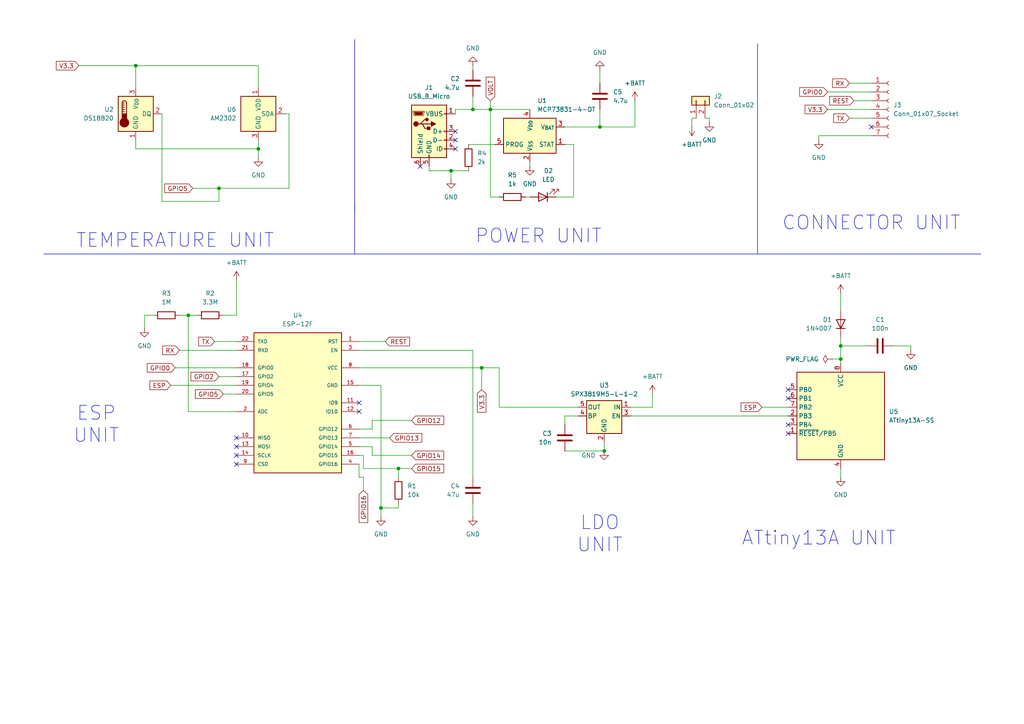
<source format=kicad_sch>
(kicad_sch (version 20231120) (generator "eeschema") (generator_version "8.0")
  (paper "A4")
  (lib_symbols
    (symbol "Battery_Management:MCP73831-4-OT"
      (property "Reference" "U" (at -7.62 6.35 0))
      (property "Value" "MCP73831-4-OT" (at 1.27 6.35 0))
      (symbol "MCP73831-4-OT_0_1"
        (rectangle (start -7.62 5.08) (end 7.62 -5.08) (stroke (width 0.254)) (fill (type background)))
      )
      (symbol "MCP73831-4-OT_1_1"
        (pin tri_state line (at 10.16 -2.54 180) (length 2.54) (name "STAT") (number "1"))
        (pin power_in line (at 0 -7.62 90) (length 2.54) (name "V_{SS}") (number "2"))
        (pin power_out line (at 10.16 2.54 180) (length 2.54) (name "V_{BAT}") (number "3"))
        (pin power_in line (at 0 7.62 270) (length 2.54) (name "V_{DD}") (number "4"))
        (pin input line (at -10.16 -2.54 0) (length 2.54) (name "PROG") (number "5"))
      )
    )
    (symbol "Connector:Conn_01x07_Socket" (pin_names (offset 1.016) hide)
      (property "Reference" "J" (at 0 10.16 0))
      (property "Value" "Conn_01x07_Socket" (at 0 -10.16 0))
      (symbol "Conn_01x07_Socket_1_1"
        (arc (start 0 -7.112) (mid -0.5058 -7.62) (end 0 -8.128) (stroke (width 0.1524)))
        (arc (start 0 -4.572) (mid -0.5058 -5.08) (end 0 -5.588) (stroke (width 0.1524)))
        (arc (start 0 -2.032) (mid -0.5058 -2.54) (end 0 -3.048) (stroke (width 0.1524)))
        (polyline (pts (xy -1.27 -7.62) (xy -0.508 -7.62)) (stroke (width 0.1524)))
        (polyline (pts (xy -1.27 -5.08) (xy -0.508 -5.08)) (stroke (width 0.1524)))
        (polyline (pts (xy -1.27 -2.54) (xy -0.508 -2.54)) (stroke (width 0.1524)))
        (polyline (pts (xy -1.27 0) (xy -0.508 0)) (stroke (width 0.1524)))
        (polyline (pts (xy -1.27 2.54) (xy -0.508 2.54)) (stroke (width 0.1524)))
        (polyline (pts (xy -1.27 5.08) (xy -0.508 5.08)) (stroke (width 0.1524)))
        (polyline (pts (xy -1.27 7.62) (xy -0.508 7.62)) (stroke (width 0.1524)))
        (arc (start 0 0.508) (mid -0.5058 0) (end 0 -0.508) (stroke (width 0.1524)))
        (arc (start 0 3.048) (mid -0.5058 2.54) (end 0 2.032) (stroke (width 0.1524)))
        (arc (start 0 5.588) (mid -0.5058 5.08) (end 0 4.572) (stroke (width 0.1524)))
        (arc (start 0 8.128) (mid -0.5058 7.62) (end 0 7.112) (stroke (width 0.1524)))
        (pin passive line (at -5.08 7.62 0) (length 3.81) (name "Pin_1") (number "1"))
        (pin passive line (at -5.08 5.08 0) (length 3.81) (name "Pin_2") (number "2"))
        (pin passive line (at -5.08 2.54 0) (length 3.81) (name "Pin_3") (number "3"))
        (pin passive line (at -5.08 0 0) (length 3.81) (name "Pin_4") (number "4"))
        (pin passive line (at -5.08 -2.54 0) (length 3.81) (name "Pin_5") (number "5"))
        (pin passive line (at -5.08 -5.08 0) (length 3.81) (name "Pin_6") (number "6"))
        (pin passive line (at -5.08 -7.62 0) (length 3.81) (name "Pin_7") (number "7"))
      )
    )
    (symbol "Connector:USB_B_Micro" (pin_names (offset 1.016))
      (property "Reference" "J" (at -5.08 11.43 0))
      (property "Value" "USB_B_Micro" (at -5.08 8.89 0))
      (symbol "USB_B_Micro_0_1"
        (rectangle (start -5.08 -7.62) (end 5.08 7.62) (stroke (width 0.254)) (fill (type background)))
        (circle (center -3.81 2.159) (radius 0.635) (stroke (width 0.254)) (fill (type outline)))
        (circle (center -0.635 3.429) (radius 0.381) (stroke (width 0.254)) (fill (type outline)))
        (rectangle (start -0.127 -7.62) (end 0.127 -6.858))
        (polyline (pts (xy -1.905 2.159) (xy 0.635 2.159)) (stroke (width 0.254)))
        (polyline (pts (xy -3.175 2.159) (xy -2.54 2.159) (xy -1.27 3.429) (xy -0.635 3.429)) (stroke (width 0.254)))
        (polyline (pts (xy -2.54 2.159) (xy -1.905 2.159) (xy -1.27 0.889) (xy 0 0.889)) (stroke (width 0.254)))
        (polyline (pts (xy 0.635 2.794) (xy 0.635 1.524) (xy 1.905 2.159) (xy 0.635 2.794)) (stroke (width 0.254)) (fill (type outline)))
        (polyline (pts (xy -4.318 5.588) (xy -1.778 5.588) (xy -2.032 4.826) (xy -4.064 4.826) (xy -4.318 5.588)) (fill (type outline)))
        (polyline (pts (xy -4.699 5.842) (xy -4.699 5.588) (xy -4.445 4.826) (xy -4.445 4.572) (xy -1.651 4.572) (xy -1.651 4.826) (xy -1.397 5.588) (xy -1.397 5.842) (xy -4.699 5.842)))
        (rectangle (start 0.254 1.27) (end -0.508 0.508) (stroke (width 0.254)) (fill (type outline)))
        (rectangle (start 5.08 -5.207) (end 4.318 -4.953))
        (rectangle (start 5.08 -2.667) (end 4.318 -2.413))
        (rectangle (start 5.08 -0.127) (end 4.318 0.127))
        (rectangle (start 5.08 4.953) (end 4.318 5.207))
      )
      (symbol "USB_B_Micro_1_1"
        (pin power_out line (at 7.62 5.08 180) (length 2.54) (name "VBUS") (number "1"))
        (pin bidirectional line (at 7.62 -2.54 180) (length 2.54) (name "D-") (number "2"))
        (pin bidirectional line (at 7.62 0 180) (length 2.54) (name "D+") (number "3"))
        (pin passive line (at 7.62 -5.08 180) (length 2.54) (name "ID") (number "4"))
        (pin power_out line (at 0 -10.16 90) (length 2.54) (name "GND") (number "5"))
        (pin passive line (at -2.54 -10.16 90) (length 2.54) (name "Shield") (number "6"))
      )
    )
    (symbol "Connector_Generic:Conn_01x02" (pin_names (offset 1.016) hide)
      (property "Reference" "J" (at 0 2.54 0))
      (property "Value" "Conn_01x02" (at 0 -5.08 0))
      (symbol "Conn_01x02_1_1"
        (rectangle (start -1.27 -2.413) (end 0 -2.667) (stroke (width 0.1524)))
        (rectangle (start -1.27 0.127) (end 0 -0.127) (stroke (width 0.1524)))
        (rectangle (start -1.27 1.27) (end 1.27 -3.81) (stroke (width 0.254)) (fill (type background)))
        (pin passive line (at -5.08 0 0) (length 3.81) (name "Pin_1") (number "1"))
        (pin passive line (at -5.08 -2.54 0) (length 3.81) (name "Pin_2") (number "2"))
      )
    )
    (symbol "Device:C" (pin_numbers hide) (pin_names (offset 0.254))
      (property "Reference" "C" (at 0.635 2.54 0))
      (property "Value" "C" (at 0.635 -2.54 0))
      (symbol "C_0_1"
        (polyline (pts (xy -2.032 -0.762) (xy 2.032 -0.762)) (stroke (width 0.508)))
        (polyline (pts (xy -2.032 0.762) (xy 2.032 0.762)) (stroke (width 0.508)))
      )
      (symbol "C_1_1"
        (pin passive line (at 0 3.81 270) (length 2.794) (name "~") (number "1"))
        (pin passive line (at 0 -3.81 90) (length 2.794) (name "~") (number "2"))
      )
    )
    (symbol "Device:LED" (pin_numbers hide) (pin_names (offset 1.016) hide)
      (property "Reference" "D" (at 0 2.54 0))
      (property "Value" "LED" (at 0 -2.54 0))
      (symbol "LED_0_1"
        (polyline (pts (xy -1.27 -1.27) (xy -1.27 1.27)) (stroke (width 0.254)))
        (polyline (pts (xy -1.27 0) (xy 1.27 0)))
        (polyline (pts (xy 1.27 -1.27) (xy 1.27 1.27) (xy -1.27 0) (xy 1.27 -1.27)) (stroke (width 0.254)))
        (polyline (pts (xy -3.048 -0.762) (xy -4.572 -2.286) (xy -3.81 -2.286) (xy -4.572 -2.286) (xy -4.572 -1.524)))
        (polyline (pts (xy -1.778 -0.762) (xy -3.302 -2.286) (xy -2.54 -2.286) (xy -3.302 -2.286) (xy -3.302 -1.524)))
      )
      (symbol "LED_1_1"
        (pin passive line (at -3.81 0 0) (length 2.54) (name "K") (number "1"))
        (pin passive line (at 3.81 0 180) (length 2.54) (name "A") (number "2"))
      )
    )
    (symbol "Device:R" (pin_numbers hide) (pin_names (offset 0))
      (property "Reference" "R" (at 2.032 0 90))
      (property "Value" "R" (at 0 0 90))
      (symbol "R_0_1"
        (rectangle (start -1.016 -2.54) (end 1.016 2.54) (stroke (width 0.254)))
      )
      (symbol "R_1_1"
        (pin passive line (at 0 3.81 270) (length 1.27) (name "~") (number "1"))
        (pin passive line (at 0 -3.81 90) (length 1.27) (name "~") (number "2"))
      )
    )
    (symbol "Diode:1N4007" (pin_numbers hide) (pin_names hide)
      (property "Reference" "D" (at 0 2.54 0))
      (property "Value" "1N4007" (at 0 -2.54 0))
      (symbol "1N4007_0_1"
        (polyline (pts (xy -1.27 1.27) (xy -1.27 -1.27)) (stroke (width 0.254)))
        (polyline (pts (xy 1.27 0) (xy -1.27 0)))
        (polyline (pts (xy 1.27 1.27) (xy 1.27 -1.27) (xy -1.27 0) (xy 1.27 1.27)) (stroke (width 0.254)))
      )
      (symbol "1N4007_1_1"
        (pin passive line (at -3.81 0 0) (length 2.54) (name "K") (number "1"))
        (pin passive line (at 3.81 0 180) (length 2.54) (name "A") (number "2"))
      )
    )
    (symbol "ESP-12F:ESP-12F" (pin_names (offset 1.016))
      (property "Reference" "U" (at -12.7254 22.9057 0))
      (property "Value" "ESP-12F" (at -12.7237 -22.9026 0))
      (symbol "ESP-12F_0_0"
        (rectangle (start -12.7 -20.32) (end 12.7 20.32) (stroke (width 0.254)) (fill (type background)))
        (pin bidirectional line (at -17.78 17.78 0) (length 5.08) (name "RST") (number "1"))
        (pin bidirectional line (at 17.78 -10.16 180) (length 5.08) (name "MISO") (number "10"))
        (pin bidirectional line (at -17.78 0 0) (length 5.08) (name "IO9") (number "11"))
        (pin bidirectional line (at -17.78 -2.54 0) (length 5.08) (name "IO10") (number "12"))
        (pin bidirectional line (at 17.78 -12.7 180) (length 5.08) (name "MOSI") (number "13"))
        (pin bidirectional line (at 17.78 -15.24 180) (length 5.08) (name "SCLK") (number "14"))
        (pin bidirectional line (at -17.78 5.08 0) (length 5.08) (name "GND") (number "15"))
        (pin bidirectional line (at -17.78 -15.24 0) (length 5.08) (name "GPIO15") (number "16"))
        (pin bidirectional line (at 17.78 7.62 180) (length 5.08) (name "GPIO2") (number "17"))
        (pin bidirectional line (at 17.78 10.16 180) (length 5.08) (name "GPIO0") (number "18"))
        (pin bidirectional line (at 17.78 5.08 180) (length 5.08) (name "GPIO4") (number "19"))
        (pin bidirectional line (at 17.78 -2.54 180) (length 5.08) (name "ADC") (number "2"))
        (pin bidirectional line (at 17.78 2.54 180) (length 5.08) (name "GPIO5") (number "20"))
        (pin bidirectional line (at 17.78 15.24 180) (length 5.08) (name "RXD") (number "21"))
        (pin bidirectional line (at 17.78 17.78 180) (length 5.08) (name "TXD") (number "22"))
        (pin bidirectional line (at -17.78 15.24 0) (length 5.08) (name "EN") (number "3"))
        (pin bidirectional line (at -17.78 -17.78 0) (length 5.08) (name "GPIO16") (number "4"))
        (pin bidirectional line (at -17.78 -12.7 0) (length 5.08) (name "GPIO14") (number "5"))
        (pin bidirectional line (at -17.78 -7.62 0) (length 5.08) (name "GPIO12") (number "6"))
        (pin bidirectional line (at -17.78 -10.16 0) (length 5.08) (name "GPIO13") (number "7"))
        (pin bidirectional line (at -17.78 10.16 0) (length 5.08) (name "VCC") (number "8"))
        (pin bidirectional line (at 17.78 -17.78 180) (length 5.08) (name "CS0") (number "9"))
      )
    )
    (symbol "MCU_Microchip_ATtiny:ATtiny13A-SS"
      (property "Reference" "U" (at -12.7 13.97 0))
      (property "Value" "ATtiny13A-SS" (at 2.54 -13.97 0))
      (symbol "ATtiny13A-SS_0_1"
        (rectangle (start -12.7 -12.7) (end 12.7 12.7) (stroke (width 0.254)) (fill (type background)))
      )
      (symbol "ATtiny13A-SS_1_1"
        (pin bidirectional line (at 15.24 -5.08 180) (length 2.54) (name "~{RESET}/PB5") (number "1"))
        (pin bidirectional line (at 15.24 0 180) (length 2.54) (name "PB3") (number "2"))
        (pin bidirectional line (at 15.24 -2.54 180) (length 2.54) (name "PB4") (number "3"))
        (pin power_in line (at 0 -15.24 90) (length 2.54) (name "GND") (number "4"))
        (pin bidirectional line (at 15.24 7.62 180) (length 2.54) (name "PB0") (number "5"))
        (pin bidirectional line (at 15.24 5.08 180) (length 2.54) (name "PB1") (number "6"))
        (pin bidirectional line (at 15.24 2.54 180) (length 2.54) (name "PB2") (number "7"))
        (pin power_in line (at 0 15.24 270) (length 2.54) (name "VCC") (number "8"))
      )
    )
    (symbol "Regulator_Linear:SPX3819M5-L-1-2" (pin_names (offset 0.254))
      (property "Reference" "U" (at -3.81 5.715 0))
      (property "Value" "SPX3819M5-L-1-2" (at 0 5.715 0))
      (symbol "SPX3819M5-L-1-2_0_1"
        (rectangle (start -5.08 4.445) (end 5.08 -5.08) (stroke (width 0.254)) (fill (type background)))
      )
      (symbol "SPX3819M5-L-1-2_1_1"
        (pin power_in line (at -7.62 2.54 0) (length 2.54) (name "IN") (number "1"))
        (pin power_in line (at 0 -7.62 90) (length 2.54) (name "GND") (number "2"))
        (pin input line (at -7.62 0 0) (length 2.54) (name "EN") (number "3"))
        (pin input line (at 7.62 0 180) (length 2.54) (name "BP") (number "4"))
        (pin power_out line (at 7.62 2.54 180) (length 2.54) (name "OUT") (number "5"))
      )
    )
    (symbol "Sensor:AM2302"
      (property "Reference" "U" (at -3.81 6.35 0))
      (property "Value" "AM2302" (at 3.81 6.35 0))
      (symbol "AM2302_0_1"
        (rectangle (start -5.08 5.08) (end 5.08 -5.08) (stroke (width 0.254)) (fill (type background)))
      )
      (symbol "AM2302_1_1"
        (pin power_in line (at 0 7.62 270) (length 2.54) (name "VDD") (number "1"))
        (pin bidirectional line (at 7.62 0 180) (length 2.54) (name "SDA") (number "2"))
        (pin power_in line (at 0 -7.62 90) (length 2.54) (name "GND") (number "3"))
        (pin passive line (at 0 -7.62 90) (length 2.54) hide (name "GND") (number "4"))
      )
    )
    (symbol "Sensor_Temperature:DS18B20"
      (property "Reference" "U" (at -3.81 6.35 0))
      (property "Value" "DS18B20" (at 6.35 6.35 0))
      (symbol "DS18B20_0_1"
        (rectangle (start -5.08 5.08) (end 5.08 -5.08) (stroke (width 0.254)) (fill (type background)))
        (circle (center -3.302 -2.54) (radius 1.27) (stroke (width 0.254)) (fill (type outline)))
        (rectangle (start -2.667 -1.905) (end -3.937 0) (stroke (width 0.254)) (fill (type outline)))
        (arc (start -2.667 3.175) (mid -3.302 3.8073) (end -3.937 3.175) (stroke (width 0.254)))
        (polyline (pts (xy -3.937 0.635) (xy -3.302 0.635)) (stroke (width 0.254)))
        (polyline (pts (xy -3.937 1.27) (xy -3.302 1.27)) (stroke (width 0.254)))
        (polyline (pts (xy -3.937 1.905) (xy -3.302 1.905)) (stroke (width 0.254)))
        (polyline (pts (xy -3.937 2.54) (xy -3.302 2.54)) (stroke (width 0.254)))
        (polyline (pts (xy -3.937 3.175) (xy -3.937 0)) (stroke (width 0.254)))
        (polyline (pts (xy -3.937 3.175) (xy -3.302 3.175)) (stroke (width 0.254)))
        (polyline (pts (xy -2.667 3.175) (xy -2.667 0)) (stroke (width 0.254)))
      )
      (symbol "DS18B20_1_1"
        (pin power_in line (at 0 -7.62 90) (length 2.54) (name "GND") (number "1"))
        (pin bidirectional line (at 7.62 0 180) (length 2.54) (name "DQ") (number "2"))
        (pin power_in line (at 0 7.62 270) (length 2.54) (name "V_{DD}") (number "3"))
      )
    )
    (symbol "power:+BATT" (power) (pin_numbers hide) (pin_names (offset 0) hide)
      (property "Value" "+BATT" (at 0 3.556 0))
      (symbol "+BATT_0_1"
        (polyline (pts (xy -0.762 1.27) (xy 0 2.54)))
        (polyline (pts (xy 0 0) (xy 0 2.54)))
        (polyline (pts (xy 0 2.54) (xy 0.762 1.27)))
      )
      (symbol "+BATT_1_1"
        (pin power_in line (at 0 0 90) (length 0) (name "~") (number "1"))
      )
    )
    (symbol "power:GND" (power) (pin_numbers hide) (pin_names (offset 0) hide)
      (property "Value" "GND" (at 0 -3.81 0))
      (symbol "GND_0_1"
        (polyline (pts (xy 0 0) (xy 0 -1.27) (xy 1.27 -1.27) (xy 0 -2.54) (xy -1.27 -1.27) (xy 0 -1.27)))
      )
      (symbol "GND_1_1"
        (pin power_in line (at 0 0 270) (length 0) (name "~") (number "1"))
      )
    )
    (symbol "power:PWR_FLAG" (power) (pin_numbers hide) (pin_names (offset 0) hide)
      (property "Value" "PWR_FLAG" (at 0 3.81 0))
      (symbol "PWR_FLAG_0_0"
        (pin power_out line (at 0 0 90) (length 0) (name "~") (number "1"))
      )
      (symbol "PWR_FLAG_0_1"
        (polyline (pts (xy 0 0) (xy 0 1.27) (xy -1.016 1.905) (xy 0 2.54) (xy 1.016 1.905) (xy 0 1.27)))
      )
    )
  )
  (junction (at 175.26 130.81))
  (junction (at 243.84 100.33))
  (junction (at 54.61 91.44))
  (junction (at 110.49 147.32))
  (junction (at 139.7 106.68))
  (junction (at 137.16 31.75))
  (junction (at 142.24 31.75))
  (junction (at 63.5 54.61))
  (junction (at 115.57 135.89))
  (junction (at 243.84 104.14))
  (junction (at 173.99 36.83))
  (junction (at 130.81 49.53))
  (junction (at 39.37 19.05))
  (junction (at 74.93 43.18))
  (no_connect (at 68.58 129.54))
  (no_connect (at 228.6 113.03))
  (no_connect (at 121.92 48.26))
  (no_connect (at 132.08 40.64))
  (no_connect (at 104.14 116.84))
  (no_connect (at 68.58 127))
  (no_connect (at 228.6 125.73))
  (no_connect (at 132.08 38.1))
  (no_connect (at 252.73 36.83))
  (no_connect (at 132.08 43.18))
  (no_connect (at 68.58 132.08))
  (no_connect (at 68.58 134.62))
  (no_connect (at 104.14 119.38))
  (no_connect (at 228.6 123.19))
  (no_connect (at 228.6 115.57))
  (wire (pts (xy 107.95 124.46) (xy 107.95 121.92)))
  (wire (pts (xy 68.58 119.38) (xy 54.61 119.38)))
  (wire (pts (xy 104.14 111.76) (xy 110.49 111.76)))
  (wire (pts (xy 119.38 135.89) (xy 115.57 135.89)))
  (wire (pts (xy 44.45 91.44) (xy 41.91 91.44)))
  (wire (pts (xy 200.66 34.29) (xy 200.66 36.83)))
  (wire (pts (xy 237.49 39.37) (xy 237.49 40.64)))
  (wire (pts (xy 54.61 119.38) (xy 54.61 91.44)))
  (wire (pts (xy 137.16 31.75) (xy 142.24 31.75)))
  (wire (pts (xy 83.82 33.02) (xy 83.82 54.61)))
  (wire (pts (xy 142.24 29.21) (xy 142.24 31.75)))
  (wire (pts (xy 240.03 31.75) (xy 252.73 31.75)))
  (wire (pts (xy 130.81 49.53) (xy 135.89 49.53)))
  (wire (pts (xy 243.84 104.14) (xy 241.3 104.14)))
  (wire (pts (xy 115.57 146.05) (xy 115.57 147.32)))
  (wire (pts (xy 201.93 34.29) (xy 200.66 34.29)))
  (wire (pts (xy 107.95 129.54) (xy 107.95 132.08)))
  (wire (pts (xy 68.58 101.6) (xy 52.07 101.6)))
  (wire (pts (xy 39.37 19.05) (xy 39.37 25.4)))
  (wire (pts (xy 205.74 34.29) (xy 205.74 35.56)))
  (wire (pts (xy 166.37 57.15) (xy 161.29 57.15)))
  (wire (pts (xy 105.41 132.08) (xy 104.14 132.08)))
  (wire (pts (xy 153.67 46.99) (xy 153.67 48.26)))
  (wire (pts (xy 39.37 19.05) (xy 22.86 19.05)))
  (wire (pts (xy 46.99 58.42) (xy 63.5 58.42)))
  (wire (pts (xy 137.16 101.6) (xy 137.16 138.43)))
  (wire (pts (xy 259.08 100.33) (xy 264.16 100.33)))
  (wire (pts (xy 247.65 29.21) (xy 252.73 29.21)))
  (wire (pts (xy 204.47 34.29) (xy 205.74 34.29)))
  (wire (pts (xy 144.78 106.68) (xy 139.7 106.68)))
  (wire (pts (xy 243.84 104.14) (xy 243.84 105.41)))
  (wire (pts (xy 167.64 120.65) (xy 163.83 120.65)))
  (wire (pts (xy 240.03 26.67) (xy 252.73 26.67)))
  (wire (pts (xy 152.4 57.15) (xy 153.67 57.15)))
  (wire (pts (xy 137.16 19.05) (xy 137.16 20.32)))
  (wire (pts (xy 68.58 99.06) (xy 62.23 99.06)))
  (wire (pts (xy 166.37 41.91) (xy 166.37 57.15)))
  (wire (pts (xy 74.93 43.18) (xy 74.93 45.72)))
  (wire (pts (xy 243.84 97.79) (xy 243.84 100.33)))
  (wire (pts (xy 39.37 19.05) (xy 74.93 19.05)))
  (wire (pts (xy 107.95 132.08) (xy 119.38 132.08)))
  (wire (pts (xy 104.14 129.54) (xy 107.95 129.54)))
  (wire (pts (xy 104.14 124.46) (xy 107.95 124.46)))
  (wire (pts (xy 175.26 128.27) (xy 175.26 130.81)))
  (wire (pts (xy 163.83 41.91) (xy 166.37 41.91)))
  (wire (pts (xy 163.83 130.81) (xy 175.26 130.81)))
  (wire (pts (xy 68.58 111.76) (xy 49.53 111.76)))
  (wire (pts (xy 143.51 41.91) (xy 135.89 41.91)))
  (wire (pts (xy 251.46 100.33) (xy 243.84 100.33)))
  (polyline (pts (xy 102.87 59.69) (xy 102.87 73.66)))
  (wire (pts (xy 83.82 54.61) (xy 63.5 54.61)))
  (wire (pts (xy 139.7 106.68) (xy 104.14 106.68)))
  (wire (pts (xy 189.23 114.3) (xy 189.23 118.11)))
  (wire (pts (xy 173.99 20.32) (xy 173.99 24.13)))
  (wire (pts (xy 68.58 91.44) (xy 64.77 91.44)))
  (wire (pts (xy 111.76 99.06) (xy 104.14 99.06)))
  (wire (pts (xy 110.49 111.76) (xy 110.49 147.32)))
  (wire (pts (xy 105.41 138.43) (xy 104.14 138.43)))
  (wire (pts (xy 142.24 57.15) (xy 142.24 31.75)))
  (wire (pts (xy 144.78 57.15) (xy 142.24 57.15)))
  (wire (pts (xy 142.24 31.75) (xy 153.67 31.75)))
  (wire (pts (xy 68.58 114.3) (xy 64.77 114.3)))
  (wire (pts (xy 41.91 91.44) (xy 41.91 95.25)))
  (wire (pts (xy 243.84 85.09) (xy 243.84 90.17)))
  (wire (pts (xy 132.08 31.75) (xy 137.16 31.75)))
  (wire (pts (xy 57.15 91.44) (xy 54.61 91.44)))
  (wire (pts (xy 252.73 39.37) (xy 237.49 39.37)))
  (wire (pts (xy 54.61 91.44) (xy 52.07 91.44)))
  (polyline (pts (xy 12.7 73.66) (xy 284.48 73.66)))
  (wire (pts (xy 124.46 48.26) (xy 124.46 49.53)))
  (wire (pts (xy 110.49 147.32) (xy 110.49 149.86)))
  (wire (pts (xy 105.41 138.43) (xy 105.41 142.24)))
  (wire (pts (xy 68.58 106.68) (xy 50.8 106.68)))
  (wire (pts (xy 243.84 100.33) (xy 243.84 104.14)))
  (wire (pts (xy 104.14 101.6) (xy 137.16 101.6)))
  (wire (pts (xy 173.99 36.83) (xy 173.99 31.75)))
  (wire (pts (xy 74.93 25.4) (xy 74.93 19.05)))
  (wire (pts (xy 264.16 100.33) (xy 264.16 101.6)))
  (wire (pts (xy 63.5 58.42) (xy 63.5 54.61)))
  (wire (pts (xy 137.16 27.94) (xy 137.16 31.75)))
  (wire (pts (xy 189.23 118.11) (xy 182.88 118.11)))
  (wire (pts (xy 39.37 40.64) (xy 39.37 43.18)))
  (wire (pts (xy 105.41 135.89) (xy 105.41 132.08)))
  (wire (pts (xy 115.57 135.89) (xy 105.41 135.89)))
  (wire (pts (xy 246.38 24.13) (xy 252.73 24.13)))
  (wire (pts (xy 130.81 49.53) (xy 130.81 52.07)))
  (polyline (pts (xy 219.71 62.23) (xy 219.71 73.66)))
  (wire (pts (xy 163.83 36.83) (xy 173.99 36.83)))
  (wire (pts (xy 184.15 29.21) (xy 184.15 36.83)))
  (wire (pts (xy 74.93 40.64) (xy 74.93 43.18)))
  (wire (pts (xy 137.16 146.05) (xy 137.16 149.86)))
  (wire (pts (xy 115.57 147.32) (xy 110.49 147.32)))
  (wire (pts (xy 113.03 127) (xy 104.14 127)))
  (polyline (pts (xy 102.87 11.43) (xy 102.87 60.96)))
  (wire (pts (xy 228.6 120.65) (xy 182.88 120.65)))
  (wire (pts (xy 124.46 49.53) (xy 130.81 49.53)))
  (wire (pts (xy 82.55 33.02) (xy 83.82 33.02)))
  (wire (pts (xy 132.08 33.02) (xy 132.08 31.75)))
  (wire (pts (xy 139.7 106.68) (xy 139.7 113.03)))
  (wire (pts (xy 39.37 43.18) (xy 74.93 43.18)))
  (wire (pts (xy 243.84 135.89) (xy 243.84 138.43)))
  (wire (pts (xy 184.15 36.83) (xy 173.99 36.83)))
  (wire (pts (xy 167.64 118.11) (xy 144.78 118.11)))
  (wire (pts (xy 107.95 121.92) (xy 119.38 121.92)))
  (wire (pts (xy 228.6 118.11) (xy 220.98 118.11)))
  (wire (pts (xy 144.78 106.68) (xy 144.78 118.11)))
  (wire (pts (xy 46.99 33.02) (xy 46.99 58.42)))
  (wire (pts (xy 115.57 135.89) (xy 115.57 138.43)))
  (polyline (pts (xy 219.71 12.7) (xy 219.71 62.23)))
  (wire (pts (xy 63.5 54.61) (xy 55.88 54.61)))
  (wire (pts (xy 68.58 81.28) (xy 68.58 91.44)))
  (wire (pts (xy 104.14 138.43) (xy 104.14 134.62)))
  (wire (pts (xy 68.58 109.22) (xy 63.5 109.22)))
  (wire (pts (xy 163.83 120.65) (xy 163.83 123.19)))
  (wire (pts (xy 246.38 34.29) (xy 252.73 34.29)))
  (text "LDO\nUNIT" (at 173.99 154.94 0) (effects (font (size 4 4))))
  (text "ATtiny13A UNIT\n" (at 237.49 156.21 0) (effects (font (size 4 4))))
  (text "ESP\nUNIT" (at 27.94 123.19 0) (effects (font (size 4 4))))
  (text "CONNECTOR UNIT" (at 252.73 64.77 0) (effects (font (size 4 4))))
  (text "POWER UNIT" (at 156.21 68.58 0) (effects (font (size 4 4))))
  (text "TEMPERATURE UNIT" (at 50.8 69.85 0) (effects (font (size 4 4))))
  (global_label "GPIO15" (shape input) (at 119.38 135.89 0) (property "Intersheetrefs" "${INTERSHEET_REFS}" (effects (hide yes))))
  (global_label "VOLT" (shape input) (at 142.24 29.21 90) (property "Intersheetrefs" "${INTERSHEET_REFS}" (effects (hide yes))))
  (global_label "TX" (shape input) (at 62.23 99.06 180) (property "Intersheetrefs" "${INTERSHEET_REFS}" (effects (hide yes))))
  (global_label "GPIO16" (shape input) (at 105.41 142.24 270) (property "Intersheetrefs" "${INTERSHEET_REFS}" (effects (hide yes))))
  (global_label "RX" (shape input) (at 52.07 101.6 180) (property "Intersheetrefs" "${INTERSHEET_REFS}" (effects (hide yes))))
  (global_label "ESP" (shape input) (at 220.98 118.11 180) (property "Intersheetrefs" "${INTERSHEET_REFS}" (effects (hide yes))))
  (global_label "GPIO13" (shape input) (at 113.03 127 0) (property "Intersheetrefs" "${INTERSHEET_REFS}" (effects (hide yes))))
  (global_label "V3.3" (shape input) (at 22.86 19.05 180) (property "Intersheetrefs" "${INTERSHEET_REFS}" (effects (hide yes))))
  (global_label "V3.3" (shape input) (at 139.7 113.03 270) (property "Intersheetrefs" "${INTERSHEET_REFS}" (effects (hide yes))))
  (global_label "GPIO0" (shape input) (at 240.03 26.67 180) (property "Intersheetrefs" "${INTERSHEET_REFS}" (effects (hide yes))))
  (global_label "GPIO5" (shape input) (at 64.77 114.3 180) (property "Intersheetrefs" "${INTERSHEET_REFS}" (effects (hide yes))))
  (global_label "TX" (shape input) (at 246.38 34.29 180) (property "Intersheetrefs" "${INTERSHEET_REFS}" (effects (hide yes))))
  (global_label "GPIO14" (shape input) (at 119.38 132.08 0) (property "Intersheetrefs" "${INTERSHEET_REFS}" (effects (hide yes))))
  (global_label "REST" (shape input) (at 247.65 29.21 180) (property "Intersheetrefs" "${INTERSHEET_REFS}" (effects (hide yes))))
  (global_label "ESP" (shape input) (at 49.53 111.76 180) (property "Intersheetrefs" "${INTERSHEET_REFS}" (effects (hide yes))))
  (global_label "GPIO12" (shape input) (at 119.38 121.92 0) (property "Intersheetrefs" "${INTERSHEET_REFS}" (effects (hide yes))))
  (global_label "GPIO2" (shape input) (at 63.5 109.22 180) (property "Intersheetrefs" "${INTERSHEET_REFS}" (effects (hide yes))))
  (global_label "RX" (shape input) (at 246.38 24.13 180) (property "Intersheetrefs" "${INTERSHEET_REFS}" (effects (hide yes))))
  (global_label "GPIO5" (shape input) (at 55.88 54.61 180) (property "Intersheetrefs" "${INTERSHEET_REFS}" (effects (hide yes))))
  (global_label "GPIO0" (shape input) (at 50.8 106.68 180) (property "Intersheetrefs" "${INTERSHEET_REFS}" (effects (hide yes))))
  (global_label "REST" (shape input) (at 111.76 99.06 0) (property "Intersheetrefs" "${INTERSHEET_REFS}" (effects (hide yes))))
  (global_label "V3.3" (shape input) (at 240.03 31.75 180) (property "Intersheetrefs" "${INTERSHEET_REFS}" (effects (hide yes))))
  (symbol (lib_id "power:GND") (at 130.81 52.07 0) (unit 1)
    (property "Reference" "#PWR07" (effects (hide yes)))
    (property "Value" "GND" (at 130.81 57.15 0))
    (property "Description" "Power symbol creates a global label with name \"GND\" , ground" (effects (hide yes)))
  )
  (symbol (lib_id "Connector:USB_B_Micro") (at 124.46 38.1 0) (unit 1)
    (property "Reference" "J1" (at 124.46 25.4 0))
    (property "Value" "USB_B_Micro" (at 124.46 27.94 0))
    (property "Footprint" "Connector_USB:USB_Micro-B_GCT_USB3076-30-A" (effects (hide yes)))
    (property "Description" "USB Micro Type B connector" (effects (hide yes)))
  )
  (symbol (lib_id "power:+BATT") (at 243.84 85.09 0) (mirror y) (unit 1)
    (property "Reference" "#PWR02" (effects (hide yes)))
    (property "Value" "+BATT" (at 243.84 80.01 0))
    (property "Description" "Power symbol creates a global label with name \"+BATT\"" (effects (hide yes)))
  )
  (symbol (lib_id "power:GND") (at 137.16 19.05 180) (unit 1)
    (property "Reference" "#PWR011" (effects (hide yes)))
    (property "Value" "GND" (at 137.16 13.97 0))
    (property "Description" "Power symbol creates a global label with name \"GND\" , ground" (effects (hide yes)))
  )
  (symbol (lib_id "power:GND") (at 137.16 149.86 0) (mirror y) (unit 1)
    (property "Reference" "#PWR08" (effects (hide yes)))
    (property "Value" "GND" (at 137.16 154.94 0))
    (property "Description" "Power symbol creates a global label with name \"GND\" , ground" (effects (hide yes)))
  )
  (symbol (lib_id "power:+BATT") (at 200.66 36.83 180) (unit 1)
    (property "Reference" "#PWR015" (effects (hide yes)))
    (property "Value" "+BATT" (at 200.66 41.91 0))
    (property "Description" "Power symbol creates a global label with name \"+BATT\"" (effects (hide yes)))
  )
  (symbol (lib_id "Device:C") (at 255.27 100.33 270) (mirror x) (unit 1)
    (property "Reference" "C1" (at 255.27 92.71 90))
    (property "Value" "100n" (at 255.27 95.25 90))
    (property "Footprint" "Capacitor_SMD:C_0603_1608Metric" (effects (hide yes)))
    (property "Description" "Unpolarized capacitor" (effects (hide yes)))
  )
  (symbol (lib_id "Device:C") (at 137.16 142.24 0) (mirror y) (unit 1)
    (property "Reference" "C4" (at 133.35 140.9699 0) (effects (justify left)))
    (property "Value" "47u" (at 133.35 143.5099 0) (effects (justify left)))
    (property "Footprint" "Capacitor_SMD:C_1812_4532Metric" (effects (hide yes)))
    (property "Description" "Unpolarized capacitor" (effects (hide yes)))
  )
  (symbol (lib_id "Battery_Management:MCP73831-4-OT") (at 153.67 39.37 0) (unit 1)
    (property "Reference" "U1" (at 155.8641 29.21 0) (effects (justify left)))
    (property "Value" "MCP73831-4-OT" (at 155.8641 31.75 0) (effects (justify left)))
    (property "Footprint" "Package_TO_SOT_SMD:SOT-23-5" (effects (hide yes)))
    (property "Datasheet" "http://ww1.microchip.com/downloads/en/DeviceDoc/20001984g.pdf" (effects (hide yes)))
    (property "Description" "Single cell, Li-Ion/Li-Po charge management controller, 4.40V, Tri-State Status Output, in SOT23-5 package" (effects (hide yes)))
  )
  (symbol (lib_id "power:+BATT") (at 68.58 81.28 0) (mirror y) (unit 1)
    (property "Reference" "#PWR03" (effects (hide yes)))
    (property "Value" "+BATT" (at 68.58 76.2 0))
    (property "Description" "Power symbol creates a global label with name \"+BATT\"" (effects (hide yes)))
  )
  (symbol (lib_id "Device:LED") (at 157.48 57.15 180) (unit 1)
    (property "Reference" "D2" (at 159.0675 49.53 0))
    (property "Value" "LED" (at 159.0675 52.07 0))
    (property "Footprint" "LED_SMD:LED_0603_1608Metric" (effects (hide yes)))
    (property "Description" "Light emitting diode" (effects (hide yes)))
  )
  (symbol (lib_id "power:GND") (at 173.99 20.32 180) (unit 1)
    (property "Reference" "#PWR013" (effects (hide yes)))
    (property "Value" "GND" (at 173.99 15.24 0))
    (property "Description" "Power symbol creates a global label with name \"GND\" , ground" (effects (hide yes)))
  )
  (symbol (lib_id "Sensor_Temperature:DS18B20") (at 39.37 33.02 0) (unit 1)
    (property "Reference" "U2" (at 33.02 31.7499 0) (effects (justify right)))
    (property "Value" "DS18B20" (at 33.02 34.2899 0) (effects (justify right)))
    (property "Footprint" "Package_TO_SOT_THT:TO-92_Inline" (effects (hide yes)))
    (property "Datasheet" "http://datasheets.maximintegrated.com/en/ds/DS18B20.pdf" (effects (hide yes)))
    (property "Description" "Programmable Resolution 1-Wire Digital Thermometer TO-92" (effects (hide yes)))
  )
  (symbol (lib_id "Device:R") (at 48.26 91.44 270) (mirror x) (unit 1)
    (property "Reference" "R3" (at 48.26 85.09 90))
    (property "Value" "1M" (at 48.26 87.63 90))
    (property "Footprint" "Resistor_SMD:R_0603_1608Metric" (effects (hide yes)))
    (property "Description" "Resistor" (effects (hide yes)))
  )
  (symbol (lib_id "power:GND") (at 153.67 48.26 0) (unit 1)
    (property "Reference" "#PWR012" (effects (hide yes)))
    (property "Value" "GND" (at 153.67 53.34 0))
    (property "Description" "Power symbol creates a global label with name \"GND\" , ground" (effects (hide yes)))
  )
  (symbol (lib_id "power:GND") (at 74.93 45.72 0) (unit 1)
    (property "Reference" "#PWR018" (effects (hide yes)))
    (property "Value" "GND" (at 74.93 50.8 0))
    (property "Description" "Power symbol creates a global label with name \"GND\" , ground" (effects (hide yes)))
  )
  (symbol (lib_id "Device:C") (at 137.16 24.13 0) (mirror x) (unit 1)
    (property "Reference" "C2" (at 133.35 22.8599 0) (effects (justify right)))
    (property "Value" "4.7u" (at 133.35 25.3999 0) (effects (justify right)))
    (property "Footprint" "Capacitor_SMD:C_1206_3216Metric" (effects (hide yes)))
    (property "Description" "Unpolarized capacitor" (effects (hide yes)))
  )
  (symbol (lib_id "power:GND") (at 237.49 40.64 0) (unit 1)
    (property "Reference" "#PWR019" (effects (hide yes)))
    (property "Value" "GND" (at 237.49 45.72 0))
    (property "Description" "Power symbol creates a global label with name \"GND\" , ground" (effects (hide yes)))
  )
  (symbol (lib_id "Device:C") (at 173.99 27.94 0) (unit 1)
    (property "Reference" "C5" (at 177.8 26.6699 0) (effects (justify left)))
    (property "Value" "4.7u" (at 177.8 29.2099 0) (effects (justify left)))
    (property "Footprint" "Capacitor_SMD:C_1206_3216Metric" (effects (hide yes)))
    (property "Description" "Unpolarized capacitor" (effects (hide yes)))
  )
  (symbol (lib_id "Regulator_Linear:SPX3819M5-L-1-2") (at 175.26 120.65 0) (mirror y) (unit 1)
    (property "Reference" "U3" (at 175.26 111.76 0))
    (property "Value" "SPX3819M5-L-1-2" (at 175.26 114.3 0))
    (property "Footprint" "Package_TO_SOT_SMD:SOT-23-5" (effects (hide yes)))
    (property "Datasheet" "https://www.exar.com/content/document.ashx?id=22106&languageid=1033&type=Datasheet&partnumber=SPX3819&filename=SPX3819.pdf&part=SPX3819" (effects (hide yes)))
    (property "Description" "500mA Low drop-out regulator, Fixed Output 1.2V, SOT-23-5" (effects (hide yes)))
  )
  (symbol (lib_id "Diode:1N4007") (at 243.84 93.98 270) (mirror x) (unit 1)
    (property "Reference" "D1" (at 241.3 92.7099 90) (effects (justify right)))
    (property "Value" "1N4007" (at 241.3 95.2499 90) (effects (justify right)))
    (property "Footprint" "Diode_THT:D_DO-41_SOD81_P10.16mm_Horizontal" (effects (hide yes)))
    (property "Datasheet" "http://www.vishay.com/docs/88503/1n4001.pdf" (effects (hide yes)))
    (property "Description" "1000V 1A General Purpose Rectifier Diode, DO-41" (effects (hide yes)))
    (property "Sim.Device" "D" (effects (hide yes)))
    (property "Sim.Pins" "1=K 2=A" (effects (hide yes)))
  )
  (symbol (lib_id "Connector_Generic:Conn_01x02") (at 201.93 29.21 90) (unit 1)
    (property "Reference" "J2" (at 207.01 27.9399 90) (effects (justify right)))
    (property "Value" "Conn_01x02" (at 207.01 30.4799 90) (effects (justify right)))
    (property "Footprint" "Connector_PinHeader_2.54mm:PinHeader_1x02_P2.54mm_Horizontal" (effects (hide yes)))
    (property "Description" "Generic connector, single row, 01x02, script generated (kicad-library-utils/schlib/autogen/connector/)" (effects (hide yes)))
  )
  (symbol (lib_id "power:GND") (at 41.91 95.25 0) (mirror y) (unit 1)
    (property "Reference" "#PWR09" (effects (hide yes)))
    (property "Value" "GND" (at 41.91 100.33 0))
    (property "Description" "Power symbol creates a global label with name \"GND\" , ground" (effects (hide yes)))
  )
  (symbol (lib_id "Device:R") (at 60.96 91.44 270) (mirror x) (unit 1)
    (property "Reference" "R2" (at 60.96 85.09 90))
    (property "Value" "3.3M" (at 60.96 87.63 90))
    (property "Footprint" "Resistor_SMD:R_0603_1608Metric" (effects (hide yes)))
    (property "Description" "Resistor" (effects (hide yes)))
  )
  (symbol (lib_id "Sensor:AM2302") (at 74.93 33.02 0) (unit 1)
    (property "Reference" "U6" (at 68.58 31.7499 0) (effects (justify right)))
    (property "Value" "AM2302" (at 68.58 34.2899 0) (effects (justify right)))
    (property "Footprint" "Sensor:ASAIR_AM2302_P2.54mm_Vertical" (effects (hide yes)))
    (property "Datasheet" "http://akizukidenshi.com/download/ds/aosong/AM2302.pdf" (effects (hide yes)))
    (property "Description" "3.3 to 5.0V, Temperature and humidity module,  DHT22, AM2302" (effects (hide yes)))
  )
  (symbol (lib_id "power:+BATT") (at 184.15 29.21 0) (unit 1)
    (property "Reference" "#PWR014" (effects (hide yes)))
    (property "Value" "+BATT" (at 184.15 24.13 0))
    (property "Description" "Power symbol creates a global label with name \"+BATT\"" (effects (hide yes)))
  )
  (symbol (lib_id "power:+BATT") (at 189.23 114.3 0) (mirror y) (unit 1)
    (property "Reference" "#PWR05" (effects (hide yes)))
    (property "Value" "+BATT" (at 189.23 109.22 0))
    (property "Description" "Power symbol creates a global label with name \"+BATT\"" (effects (hide yes)))
  )
  (symbol (lib_id "Device:C") (at 163.83 127 0) (mirror y) (unit 1)
    (property "Reference" "C3" (at 160.02 125.7299 0) (effects (justify left)))
    (property "Value" "10n" (at 160.02 128.2699 0) (effects (justify left)))
    (property "Footprint" "Capacitor_SMD:C_0603_1608Metric" (effects (hide yes)))
    (property "Description" "Unpolarized capacitor" (effects (hide yes)))
  )
  (symbol (lib_id "power:GND") (at 264.16 101.6 0) (mirror y) (unit 1)
    (property "Reference" "#PWR01" (effects (hide yes)))
    (property "Value" "GND" (at 264.16 106.68 0))
    (property "Description" "Power symbol creates a global label with name \"GND\" , ground" (effects (hide yes)))
  )
  (symbol (lib_id "power:GND") (at 110.49 149.86 0) (mirror y) (unit 1)
    (property "Reference" "#PWR010" (effects (hide yes)))
    (property "Value" "GND" (at 110.49 154.94 0))
    (property "Description" "Power symbol creates a global label with name \"GND\" , ground" (effects (hide yes)))
  )
  (symbol (lib_id "Device:R") (at 135.89 45.72 180) (unit 1)
    (property "Reference" "R4" (at 138.43 44.4499 0) (effects (justify right)))
    (property "Value" "2k" (at 138.43 46.9899 0) (effects (justify right)))
    (property "Footprint" "Resistor_SMD:R_0603_1608Metric" (effects (hide yes)))
    (property "Description" "Resistor" (effects (hide yes)))
  )
  (symbol (lib_id "power:GND") (at 243.84 138.43 0) (mirror y) (unit 1)
    (property "Reference" "#PWR04" (effects (hide yes)))
    (property "Value" "GND" (at 243.84 143.51 0))
    (property "Description" "Power symbol creates a global label with name \"GND\" , ground" (effects (hide yes)))
  )
  (symbol (lib_id "MCU_Microchip_ATtiny:ATtiny13A-SS") (at 243.84 120.65 0) (mirror y) (unit 1)
    (property "Reference" "U5" (at 257.81 119.3799 0) (effects (justify right)))
    (property "Value" "ATtiny13A-SS" (at 257.81 121.9199 0) (effects (justify right)))
    (property "Footprint" "Package_SO:SOIC-8_3.9x4.9mm_P1.27mm" (effects (hide yes)))
    (property "Datasheet" "http://ww1.microchip.com/downloads/en/DeviceDoc/doc8126.pdf" (effects (hide yes)))
    (property "Description" "20MHz, 1kB Flash, 64B SRAM, 64B EEPROM, debugWIRE, SOIC-8" (effects (hide yes)))
  )
  (symbol (lib_id "power:GND") (at 205.74 35.56 0) (unit 1)
    (property "Reference" "#PWR016" (effects (hide yes)))
    (property "Value" "GND" (at 205.74 40.64 0))
    (property "Description" "Power symbol creates a global label with name \"GND\" , ground" (effects (hide yes)))
  )
  (symbol (lib_id "Device:R") (at 115.57 142.24 0) (unit 1)
    (property "Reference" "R1" (at 118.11 140.9699 0) (effects (justify left)))
    (property "Value" "10k" (at 118.11 143.5099 0) (effects (justify left)))
    (property "Footprint" "Resistor_SMD:R_0603_1608Metric" (effects (hide yes)))
    (property "Description" "Resistor" (effects (hide yes)))
  )
  (symbol (lib_id "Connector:Conn_01x07_Socket") (at 257.81 31.75 0) (unit 1)
    (property "Reference" "J3" (at 259.08 30.4799 0) (effects (justify left)))
    (property "Value" "Conn_01x07_Socket" (at 259.08 33.0199 0) (effects (justify left)))
    (property "Footprint" "Connector_PinHeader_2.54mm:PinHeader_1x07_P2.54mm_Vertical" (effects (hide yes)))
    (property "Description" "Generic connector, single row, 01x07, script generated" (effects (hide yes)))
  )
  (symbol (lib_id "power:PWR_FLAG") (at 241.3 104.14 90) (mirror x) (unit 1)
    (property "Reference" "#FLG01" (effects (hide yes)))
    (property "Value" "PWR_FLAG" (at 237.49 104.1399 90) (effects (justify left)))
    (property "Description" "Special symbol for telling ERC where power comes from" (effects (hide yes)))
  )
  (symbol (lib_id "ESP-12F:ESP-12F") (at 86.36 116.84 0) (mirror y) (unit 1)
    (property "Reference" "U4" (at 86.36 91.44 0))
    (property "Value" "ESP-12F" (at 86.36 93.98 0))
    (property "Footprint" "ESP- 12F:ESP-12F" (effects (hide yes)))
    (property "MF" "AI-Thinker" (effects (hide yes)))
    (property "Description_1" "\n                        \n                            WiFi Module\n                        \n" (effects (hide yes)))
    (property "Package" "Package" (effects (hide yes)))
    (property "Price" "None" (effects (hide yes)))
    (property "SnapEDA_Link" "https://www.snapeda.com/parts/ESP-12F/AI-Thinker/view-part/?ref=snap" (effects (hide yes)))
    (property "MP" "ESP-12F" (effects (hide yes)))
    (property "Availability" "Not in stock" (effects (hide yes)))
    (property "Check_prices" "https://www.snapeda.com/parts/ESP-12F/AI-Thinker/view-part/?ref=eda" (effects (hide yes)))
  )
  (symbol (lib_id "power:GND") (at 175.26 130.81 0) (mirror y) (unit 1)
    (property "Reference" "#PWR06" (effects (hide yes)))
    (property "Value" "GND" (at 172.72 132.0799 0) (effects (justify left)))
    (property "Description" "Power symbol creates a global label with name \"GND\" , ground" (effects (hide yes)))
  )
  (symbol (lib_id "Device:R") (at 148.59 57.15 90) (unit 1)
    (property "Reference" "R5" (at 148.59 50.8 90))
    (property "Value" "1k" (at 148.59 53.34 90))
    (property "Footprint" "Resistor_SMD:R_0603_1608Metric" (effects (hide yes)))
    (property "Description" "Resistor" (effects (hide yes)))
  )
)
</source>
